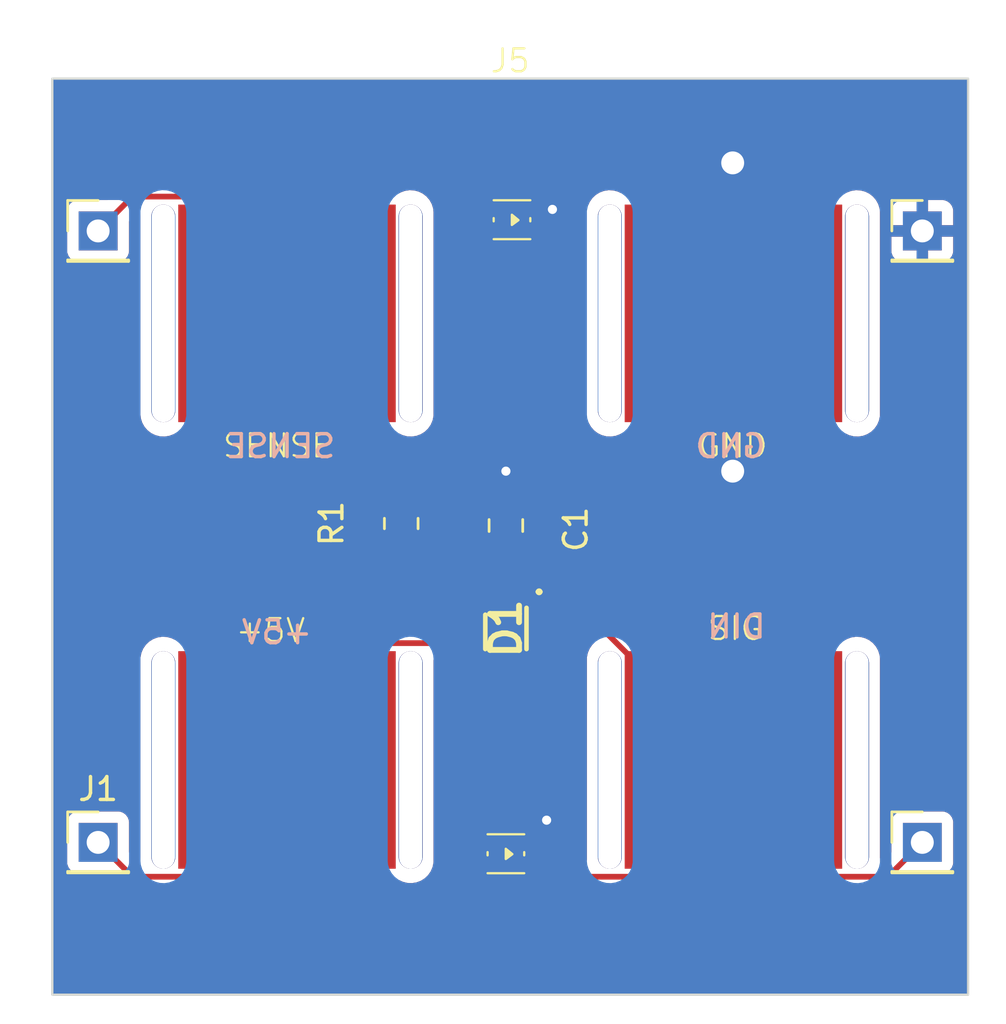
<source format=kicad_pcb>
(kicad_pcb (version 20221018) (generator pcbnew)
  (title_block (title "Bottom Block PCB") (date "2024-02-10") (rev "1.0") (company "Block Party"))
  (layers (0 "F.Cu" signal) (31 "B.Cu" signal) (34 "B.Paste" user) (35 "F.Paste" user) (36 "B.SilkS" user "B.Silkscreen") (37 "F.SilkS" user "F.Silkscreen") (38 "B.Mask" user) (39 "F.Mask" user) (44 "Edge.Cuts" user))
  (net 0 "")
  (net 1 "D5V")
  (net 2 "GND")
  (net 3 "+5V")
  (net 4 "DOUT")
  (net 5 "SENSE")
  (net 6 "DIN")
  (net 7 "Net-(LED1-DI)")
  (footprint "Connector_PinHeader_2.54mm:PinHeader_1x01_P2.54mm_Vertical" (layer "F.Cu") (at 141.7 92.41)
    (fp_text reference "J1" (at 0 -2.33) (layer "F.SilkS"))
    (fp_text value "~")
    (fp_line (start -1.33 -1.33) (end 0 -1.33) (stroke (width 0.12)) (layer "F.SilkS"))
    (fp_line (start -1.33 0) (end -1.33 -1.33) (stroke (width 0.12)) (layer "F.SilkS"))
    (fp_line (start -1.33 1.27) (end -1.33 1.33) (stroke (width 0.12)) (layer "F.SilkS"))
    (fp_line (start -1.33 1.27) (end 1.33 1.27) (stroke (width 0.12)) (layer "F.SilkS"))
    (fp_line (start -1.33 1.33) (end 1.33 1.33) (stroke (width 0.12)) (layer "F.SilkS"))
    (fp_line (start 1.33 1.27) (end 1.33 1.33) (stroke (width 0.12)) (layer "F.SilkS"))
    (pad "1" thru_hole rect (at 0 0) (size 1.7 1.7) (drill 1) (layers "*.Cu" "*.Mask") (net 3 "+5V"))
  )
  (footprint "Quinn_lib:XL-1615RGBC-WS2812B" (layer "F.Cu") (at 159.512 92.906 180)
    (fp_text reference "LED1" hide)
    (fp_text value "~")
    (fp_line (start -0.8 -0.85) (end 0.8 -0.85) (stroke (width 0.1)) (layer "F.SilkS"))
    (fp_line (start -0.8 -0.07) (end -0.8 0.07) (stroke (width 0.1)) (layer "F.SilkS"))
    (fp_line (start -0.8 0.85) (end 0.8 0.85) (stroke (width 0.1)) (layer "F.SilkS"))
    (fp_line (start 0.8 -0.07) (end 0.8 0.07) (stroke (width 0.1)) (layer "F.SilkS"))
    (fp_poly (pts (xy -0.282535 -0.017658) (xy 0.005886 -0.22956) (xy 0.005886 0.217788)) (stroke (width 0.1)) (fill solid) (layer "F.SilkS"))
    (pad "1" smd rect (at -0.75 -0.45 180) (size 0.8 0.65) (layers "F.Cu" "F.Paste" "F.Mask") (net 4 "DOUT"))
    (pad "2" smd rect (at 0.75 -0.45 180) (size 0.8 0.65) (layers "F.Cu" "F.Paste" "F.Mask") (net 1 "D5V"))
    (pad "3" smd rect (at -0.75 0.45 180) (size 0.8 0.65) (layers "F.Cu" "F.Paste" "F.Mask") (net 2 "GND"))
    (pad "4" smd rect (at 0.75 0.45 180) (size 0.8 0.65) (layers "F.Cu" "F.Paste" "F.Mask") (net 7 "Net-(LED1-DI)"))
  )
  (footprint "Connector_PinHeader_2.54mm:PinHeader_1x01_P2.54mm_Vertical" (layer "F.Cu") (at 177.7 92.41)
    (fp_text reference "J2" hide)
    (fp_text value "~")
    (fp_line (start -1.33 -1.33) (end 0 -1.33) (stroke (width 0.12)) (layer "F.SilkS"))
    (fp_line (start -1.33 0) (end -1.33 -1.33) (stroke (width 0.12)) (layer "F.SilkS"))
    (fp_line (start -1.33 1.27) (end -1.33 1.33) (stroke (width 0.12)) (layer "F.SilkS"))
    (fp_line (start -1.33 1.27) (end 1.33 1.27) (stroke (width 0.12)) (layer "F.SilkS"))
    (fp_line (start -1.33 1.33) (end 1.33 1.33) (stroke (width 0.12)) (layer "F.SilkS"))
    (fp_line (start 1.33 1.27) (end 1.33 1.33) (stroke (width 0.12)) (layer "F.SilkS"))
    (pad "1" thru_hole rect (at 0 0) (size 1.7 1.7) (drill 1) (layers "*.Cu" "*.Mask") (net 4 "DOUT"))
  )
  (footprint "Quinn_lib:XL-1615RGBC-WS2812B" (layer "F.Cu") (at 159.778 65.22 180)
    (fp_text reference "LED2" hide)
    (fp_text value "~" hide)
    (fp_line (start -0.8 -0.85) (end 0.8 -0.85) (stroke (width 0.1)) (layer "F.SilkS"))
    (fp_line (start -0.8 -0.07) (end -0.8 0.07) (stroke (width 0.1)) (layer "F.SilkS"))
    (fp_line (start -0.8 0.85) (end 0.8 0.85) (stroke (width 0.1)) (layer "F.SilkS"))
    (fp_line (start 0.8 -0.07) (end 0.8 0.07) (stroke (width 0.1)) (layer "F.SilkS"))
    (fp_poly (pts (xy -0.282535 -0.017658) (xy 0.005886 -0.22956) (xy 0.005886 0.217788)) (stroke (width 0.1)) (fill solid) (layer "F.SilkS"))
    (pad "1" smd rect (at -0.75 -0.45 180) (size 0.8 0.65) (layers "F.Cu" "F.Paste" "F.Mask") (net 7 "Net-(LED1-DI)"))
    (pad "2" smd rect (at 0.75 -0.45 180) (size 0.8 0.65) (layers "F.Cu" "F.Paste" "F.Mask") (net 1 "D5V"))
    (pad "3" smd rect (at -0.75 0.45 180) (size 0.8 0.65) (layers "F.Cu" "F.Paste" "F.Mask") (net 2 "GND"))
    (pad "4" smd rect (at 0.75 0.45 180) (size 0.8 0.65) (layers "F.Cu" "F.Paste" "F.Mask") (net 6 "DIN"))
  )
  (footprint "Connector_PinHeader_2.54mm:PinHeader_1x01_P2.54mm_Vertical" (layer "F.Cu") (at 141.7 65.71)
    (fp_text reference "J3" hide)
    (fp_text value "~")
    (fp_line (start -1.33 -1.33) (end 0 -1.33) (stroke (width 0.12)) (layer "F.SilkS"))
    (fp_line (start -1.33 0) (end -1.33 -1.33) (stroke (width 0.12)) (layer "F.SilkS"))
    (fp_line (start -1.33 1.27) (end -1.33 1.33) (stroke (width 0.12)) (layer "F.SilkS"))
    (fp_line (start -1.33 1.27) (end 1.33 1.27) (stroke (width 0.12)) (layer "F.SilkS"))
    (fp_line (start -1.33 1.33) (end 1.33 1.33) (stroke (width 0.12)) (layer "F.SilkS"))
    (fp_line (start 1.33 1.27) (end 1.33 1.33) (stroke (width 0.12)) (layer "F.SilkS"))
    (pad "1" thru_hole rect (at 0 0) (size 1.7 1.7) (drill 1) (layers "*.Cu" "*.Mask") (net 5 "SENSE"))
  )
  (footprint "Capacitor_SMD:C_0805_2012Metric" (layer "F.Cu") (at 159.512 78.573281 90)
    (fp_text reference "C1" (at -0.166719 3.048 90) (layer "F.SilkS"))
    (fp_text value "3.3uF")
    (fp_line (start -0.261252 -0.735) (end 0.261252 -0.735) (stroke (width 0.12)) (layer "F.SilkS"))
    (fp_line (start -0.261252 0.735) (end 0.261252 0.735) (stroke (width 0.12)) (layer "F.SilkS"))
    (pad "1" smd roundrect (at -0.95 0 90) (size 1 1.45) (layers "F.Cu" "F.Paste" "F.Mask") (net 1 "D5V"))
    (pad "2" smd roundrect (at 0.95 0 90) (size 1 1.45) (layers "F.Cu" "F.Paste" "F.Mask") (net 2 "GND"))
  )
  (footprint "Connector_PinHeader_2.54mm:PinHeader_1x01_P2.54mm_Vertical" (layer "F.Cu") (at 177.7 65.71)
    (fp_text reference "J4" hide)
    (fp_text value "~")
    (fp_line (start -1.33 -1.33) (end 0 -1.33) (stroke (width 0.12)) (layer "F.SilkS"))
    (fp_line (start -1.33 0) (end -1.33 -1.33) (stroke (width 0.12)) (layer "F.SilkS"))
    (fp_line (start -1.33 1.27) (end -1.33 1.33) (stroke (width 0.12)) (layer "F.SilkS"))
    (fp_line (start -1.33 1.27) (end 1.33 1.27) (stroke (width 0.12)) (layer "F.SilkS"))
    (fp_line (start -1.33 1.33) (end 1.33 1.33) (stroke (width 0.12)) (layer "F.SilkS"))
    (fp_line (start 1.33 1.27) (end 1.33 1.33) (stroke (width 0.12)) (layer "F.SilkS"))
    (pad "1" thru_hole rect (at 0 0) (size 1.7 1.7) (drill 1) (layers "*.Cu" "*.Mask") (net 2 "GND"))
  )
  (footprint "Resistor_SMD:R_0805_2012Metric" (layer "F.Cu") (at 154.94 78.486 -90)
    (fp_text reference "R1" (at 0 3.048 90) (layer "F.SilkS"))
    (fp_text value "10k")
    (fp_line (start -0.227064 -0.735) (end 0.227064 -0.735) (stroke (width 0.12)) (layer "F.SilkS"))
    (fp_line (start -0.227064 0.735) (end 0.227064 0.735) (stroke (width 0.12)) (layer "F.SilkS"))
    (pad "1" smd roundrect (at -0.9125 0 270) (size 1.025 1.4) (layers "F.Cu" "F.Paste" "F.Mask") (roundrect_rratio 0.243902) (net 5 "SENSE"))
    (pad "2" smd roundrect (at 0.9125 0 270) (size 1.025 1.4) (layers "F.Cu" "F.Paste" "F.Mask") (roundrect_rratio 0.243902) (net 2 "GND"))
  )
  (footprint "KiCad:1N4007W" (layer "F.Cu") (at 159.512 83.068259 -90)
    (fp_text reference "D1" (at 0 0 90) (layer "F.SilkS") (effects (font (size 1.27 1.27) (thickness 0.254))))
    (fp_text value "1N4007W" hide)
    (fp_line (start -1.6 -1.5) (end -1.6 -1.5) (stroke (width 0.2)) (layer "F.SilkS"))
    (fp_line (start -1.6 -1.5) (end -1.6 -1.4) (stroke (width 0.2)) (layer "F.SilkS"))
    (fp_line (start -1.6 -1.4) (end -1.6 -1.4) (stroke (width 0.2)) (layer "F.SilkS"))
    (fp_line (start -0.9 -0.9) (end 0.9 -0.9) (stroke (width 0.2)) (layer "F.SilkS"))
    (fp_line (start -0.6 0.9) (end 0.9 0.9) (stroke (width 0.2)) (layer "F.SilkS"))
    (fp_arc (start -1.6 -1.5) (mid -1.55 -1.45) (end -1.6 -1.4) (stroke (width 0.2)) (layer "F.SilkS"))
    (fp_arc (start -1.6 -1.4) (mid -1.65 -1.45) (end -1.6 -1.5) (stroke (width 0.2)) (layer "F.SilkS"))
    (pad "1" smd rect (at -1.6 0) (size 1.2 1.2) (layers "F.Cu" "F.Paste" "F.Mask") (net 1 "D5V"))
    (pad "2" smd rect (at 1.6 0) (size 1.2 1.2) (layers "F.Cu" "F.Paste" "F.Mask") (net 3 "+5V"))
  )
  (footprint "Quinn_lib:Bottom Block Connector" (layer "F.Cu") (at 159.7 79.06)
    (fp_text reference "J5" (at 0 -20.78 unlocked) (layer "F.SilkS") (effects (font (thickness 0.1))))
    (fp_text value "~")
    (fp_text user "SIG" (at 8.556951 4.592293 unlocked) (layer "F.SilkS") (effects (font (thickness 0.1)) (justify left bottom)))
    (fp_text user "SENSE" (at -12.618985 -3.383665 unlocked) (layer "F.SilkS") (effects (font (thickness 0.1)) (justify left bottom)))
    (fp_text user "+5V" (at -12.059269 4.685579 unlocked) (layer "F.SilkS") (effects (font (thickness 0.1)) (justify left bottom)))
    (fp_text user "GND" (at 8.137164 -3.383665 unlocked) (layer "F.SilkS") (effects (font (thickness 0.1)) (justify left bottom)))
    (pad "" thru_hole oval (at -15.15 -9.75) (size 1.05 9.5) (drill oval 1 9.75) (layers "*.Mask"))
    (pad "" thru_hole oval (at -15.15 9.75) (size 1.05 9.5) (drill oval 1 9.75) (layers "*.Mask"))
    (pad "" thru_hole oval (at -4.35 -9.75) (size 1.05 9.5) (drill oval 1 9.75) (layers "*.Mask"))
    (pad "" thru_hole oval (at -4.35 9.75) (size 1.05 9.5) (drill oval 1 9.75) (layers "*.Mask"))
    (pad "" thru_hole oval (at 4.35 -9.75) (size 1.05 9.5) (drill oval 1 9.75) (layers "*.Mask"))
    (pad "" thru_hole oval (at 4.35 9.75) (size 1.05 9.5) (drill oval 1 9.75) (layers "*.Mask"))
    (pad "" thru_hole oval (at 15.15 -9.75) (size 1.05 9.5) (drill oval 1 9.75) (layers "*.Mask"))
    (pad "" thru_hole oval (at 15.15 9.75) (size 1.05 9.5) (drill oval 1 9.75) (layers "*.Mask"))
    (pad "1" smd rect (at 9.75 -9.75) (size 9.5 9.5) (layers "F.Cu" "F.Paste" "F.Mask") (net 2 "GND"))
    (pad "2" smd rect (at -9.75 -9.75) (size 9.5 9.5) (layers "F.Cu" "F.Paste" "F.Mask") (net 5 "SENSE"))
    (pad "3" smd rect (at 9.75 9.75) (size 9.5 9.5) (layers "F.Cu" "F.Paste" "F.Mask") (net 6 "DIN"))
    (pad "4" smd rect (at -9.75 9.75) (size 9.5 9.5) (layers "F.Cu" "F.Paste" "F.Mask") (net 3 "+5V"))
  )
  (gr_rect (start 139.7 59.06) (end 179.7 99.06) (stroke (width 0.1)) (fill none) (layer "Edge.Cuts"))
  (gr_text "GND" (at 170.942 75.692) (layer "B.SilkS") (effects (font (size 1 1)) (justify left bottom mirror)))
  (gr_text "+5V" (at 151.13 83.82) (layer "B.SilkS") (effects (font (size 1 1)) (justify left bottom mirror)))
  (gr_text "SENSE" (at 152.146 75.692) (layer "B.SilkS") (effects (font (size 1 1)) (justify left bottom mirror)))
  (gr_text "DIN" (at 170.942 83.566) (layer "B.SilkS") (effects (font (size 1 1)) (justify left bottom mirror)))
  (segment (start 158.037 87.835) (end 160.437 85.435) (width 0.25) (layer "F.Cu") (net 1))
  (segment (start 160.437 85.435) (end 160.437 82.393259) (width 0.25) (layer "F.Cu") (net 1))
  (segment (start 159.512 79.523281) (end 158.462 78.473281) (width 0.25) (layer "F.Cu") (net 1))
  (segment (start 158.037 93.281) (end 158.037 87.835) (width 0.25) (layer "F.Cu") (net 1))
  (segment (start 158.462 66.236) (end 159.028 65.67) (width 0.25) (layer "F.Cu") (net 1))
  (segment (start 158.112 93.356) (end 158.037 93.281) (width 0.25) (layer "F.Cu") (net 1))
  (segment (start 158.462 78.473281) (end 158.462 66.236) (width 0.25) (layer "F.Cu") (net 1))
  (segment (start 159.512 81.468259) (end 159.512 79.523281) (width 0.25) (layer "F.Cu") (net 1))
  (segment (start 158.762 93.356) (end 158.112 93.356) (width 0.25) (layer "F.Cu") (net 1))
  (segment (start 160.437 82.393259) (end 159.512 81.468259) (width 0.25) (layer "F.Cu") (net 1))
  (segment (start 169.45 62.77) (end 169.418 62.738) (width 0.25) (layer "F.Cu") (net 2))
  (segment (start 160.528 64.77) (end 161.544 64.77) (width 0.25) (layer "F.Cu") (net 2))
  (segment (start 169.45 69.31) (end 169.45 62.77) (width 2) (layer "F.Cu") (net 2))
  (segment (start 169.45 69.31) (end 169.45 76.168) (width 2) (layer "F.Cu") (net 2))
  (segment (start 169.45 76.168) (end 169.418 76.2) (width 0.25) (layer "F.Cu") (net 2))
  (via (at 161.29 91.44) (size 0.8) (drill 0.4) (layers "F.Cu" "B.Cu") (net 2))
  (via (at 169.418 76.2) (size 2.2) (drill 1) (layers "F.Cu" "B.Cu") (net 2))
  (via (at 161.544 64.77) (size 0.8) (drill 0.4) (layers "F.Cu" "B.Cu") (net 2))
  (via (at 169.418 62.738) (size 2.2) (drill 1) (layers "F.Cu" "B.Cu") (net 2))
  (via (at 159.512 76.2) (size 0.8) (drill 0.4) (layers "F.Cu" "B.Cu") (net 2))
  (segment (start 158.553741 83.71) (end 153.526 83.71) (width 0.25) (layer "F.Cu") (net 3))
  (segment (start 149.95 93.81) (end 149.95 88.81) (width 0.25) (layer "F.Cu") (net 3))
  (segment (start 149.85 93.91) (end 149.95 93.81) (width 0.25) (layer "F.Cu") (net 3))
  (segment (start 149.95 87.286) (end 149.95 88.81) (width 0.25) (layer "F.Cu") (net 3))
  (segment (start 143.2 93.91) (end 149.85 93.91) (width 0.25) (layer "F.Cu") (net 3))
  (segment (start 153.526 83.71) (end 149.95 87.286) (width 0.25) (layer "F.Cu") (net 3))
  (segment (start 159.512 84.668259) (end 158.553741 83.71) (width 0.25) (layer "F.Cu") (net 3))
  (segment (start 141.7 92.41) (end 143.2 93.91) (width 0.25) (layer "F.Cu") (net 3))
  (segment (start 160.262 93.356) (end 160.816 93.91) (width 0.25) (layer "F.Cu") (net 4))
  (segment (start 160.816 93.91) (end 176.2 93.91) (width 0.25) (layer "F.Cu") (net 4))
  (segment (start 176.2 93.91) (end 177.7 92.41) (width 0.25) (layer "F.Cu") (net 4))
  (segment (start 149.95 69.31) (end 149.95 64.31) (width 0.25) (layer "F.Cu") (net 5))
  (segment (start 149.85 64.21) (end 143.2 64.21) (width 0.25) (layer "F.Cu") (net 5))
  (segment (start 149.95 64.31) (end 149.85 64.21) (width 0.25) (layer "F.Cu") (net 5))
  (segment (start 149.95 72.5835) (end 154.94 77.5735) (width 0.25) (layer "F.Cu") (net 5))
  (segment (start 149.95 69.31) (end 149.95 72.5835) (width 0.25) (layer "F.Cu") (net 5))
  (segment (start 143.2 64.21) (end 141.7 65.71) (width 0.25) (layer "F.Cu") (net 5))
  (segment (start 161.844305 64.045) (end 162.269 64.469695) (width 0.25) (layer "F.Cu") (net 6))
  (segment (start 162.269 81.629) (end 169.45 88.81) (width 0.25) (layer "F.Cu") (net 6))
  (segment (start 162.269 64.469695) (end 162.269 81.629) (width 0.25) (layer "F.Cu") (net 6))
  (segment (start 159.028 64.77) (end 159.753 64.045) (width 0.25) (layer "F.Cu") (net 6))
  (segment (start 159.753 64.045) (end 161.844305 64.045) (width 0.25) (layer "F.Cu") (net 6))
  (segment (start 160.887 66.029) (end 160.887 90.331) (width 0.25) (layer "F.Cu") (net 7))
  (segment (start 160.887 90.331) (end 158.762 92.456) (width 0.25) (layer "F.Cu") (net 7))
  (segment (start 160.562 65.704) (end 160.887 66.029) (width 0.25) (layer "F.Cu") (net 7))
  (zone (net 2) (net_name "GND") (layers "F&B.Cu") (connect_pads (clearance 0.5)) (min_thickness 0.25) (fill yes (thermal_gap 0.5) (thermal_bridge_width 0.5))
    (polygon (pts (xy 137.414 55.626) (xy 181.356 55.626) (xy 181.356 100.33) (xy 137.414 100.33)))
  )
)
</source>
